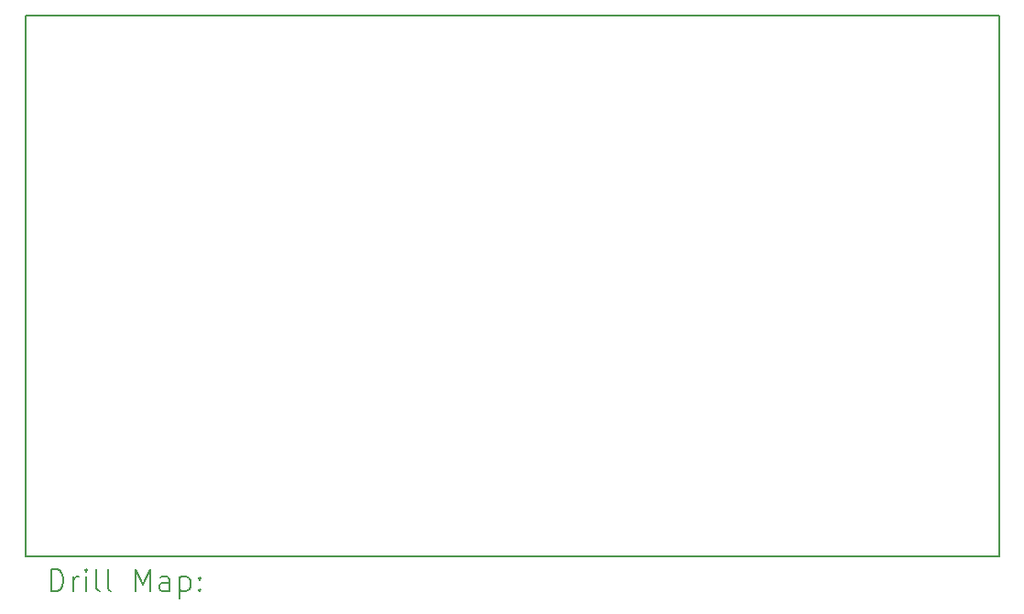
<source format=gbr>
%TF.GenerationSoftware,KiCad,Pcbnew,7.0.1-0*%
%TF.CreationDate,2023-12-28T14:24:33+01:00*%
%TF.ProjectId,parallel_trail,70617261-6c6c-4656-9c5f-747261696c2e,rev?*%
%TF.SameCoordinates,Original*%
%TF.FileFunction,Drillmap*%
%TF.FilePolarity,Positive*%
%FSLAX45Y45*%
G04 Gerber Fmt 4.5, Leading zero omitted, Abs format (unit mm)*
G04 Created by KiCad (PCBNEW 7.0.1-0) date 2023-12-28 14:24:33*
%MOMM*%
%LPD*%
G01*
G04 APERTURE LIST*
%ADD10C,0.200000*%
G04 APERTURE END LIST*
D10*
X4665200Y-8233400D02*
X13665200Y-8233400D01*
X13665200Y-13233400D01*
X4665200Y-13233400D01*
X4665200Y-8233400D01*
X4902819Y-13555924D02*
X4902819Y-13355924D01*
X4902819Y-13355924D02*
X4950438Y-13355924D01*
X4950438Y-13355924D02*
X4979010Y-13365448D01*
X4979010Y-13365448D02*
X4998057Y-13384495D01*
X4998057Y-13384495D02*
X5007581Y-13403543D01*
X5007581Y-13403543D02*
X5017105Y-13441638D01*
X5017105Y-13441638D02*
X5017105Y-13470209D01*
X5017105Y-13470209D02*
X5007581Y-13508305D01*
X5007581Y-13508305D02*
X4998057Y-13527352D01*
X4998057Y-13527352D02*
X4979010Y-13546400D01*
X4979010Y-13546400D02*
X4950438Y-13555924D01*
X4950438Y-13555924D02*
X4902819Y-13555924D01*
X5102819Y-13555924D02*
X5102819Y-13422590D01*
X5102819Y-13460686D02*
X5112343Y-13441638D01*
X5112343Y-13441638D02*
X5121867Y-13432114D01*
X5121867Y-13432114D02*
X5140914Y-13422590D01*
X5140914Y-13422590D02*
X5159962Y-13422590D01*
X5226629Y-13555924D02*
X5226629Y-13422590D01*
X5226629Y-13355924D02*
X5217105Y-13365448D01*
X5217105Y-13365448D02*
X5226629Y-13374971D01*
X5226629Y-13374971D02*
X5236152Y-13365448D01*
X5236152Y-13365448D02*
X5226629Y-13355924D01*
X5226629Y-13355924D02*
X5226629Y-13374971D01*
X5350438Y-13555924D02*
X5331390Y-13546400D01*
X5331390Y-13546400D02*
X5321867Y-13527352D01*
X5321867Y-13527352D02*
X5321867Y-13355924D01*
X5455200Y-13555924D02*
X5436152Y-13546400D01*
X5436152Y-13546400D02*
X5426629Y-13527352D01*
X5426629Y-13527352D02*
X5426629Y-13355924D01*
X5683771Y-13555924D02*
X5683771Y-13355924D01*
X5683771Y-13355924D02*
X5750438Y-13498781D01*
X5750438Y-13498781D02*
X5817105Y-13355924D01*
X5817105Y-13355924D02*
X5817105Y-13555924D01*
X5998057Y-13555924D02*
X5998057Y-13451162D01*
X5998057Y-13451162D02*
X5988533Y-13432114D01*
X5988533Y-13432114D02*
X5969486Y-13422590D01*
X5969486Y-13422590D02*
X5931390Y-13422590D01*
X5931390Y-13422590D02*
X5912343Y-13432114D01*
X5998057Y-13546400D02*
X5979009Y-13555924D01*
X5979009Y-13555924D02*
X5931390Y-13555924D01*
X5931390Y-13555924D02*
X5912343Y-13546400D01*
X5912343Y-13546400D02*
X5902819Y-13527352D01*
X5902819Y-13527352D02*
X5902819Y-13508305D01*
X5902819Y-13508305D02*
X5912343Y-13489257D01*
X5912343Y-13489257D02*
X5931390Y-13479733D01*
X5931390Y-13479733D02*
X5979009Y-13479733D01*
X5979009Y-13479733D02*
X5998057Y-13470209D01*
X6093295Y-13422590D02*
X6093295Y-13622590D01*
X6093295Y-13432114D02*
X6112343Y-13422590D01*
X6112343Y-13422590D02*
X6150438Y-13422590D01*
X6150438Y-13422590D02*
X6169486Y-13432114D01*
X6169486Y-13432114D02*
X6179009Y-13441638D01*
X6179009Y-13441638D02*
X6188533Y-13460686D01*
X6188533Y-13460686D02*
X6188533Y-13517828D01*
X6188533Y-13517828D02*
X6179009Y-13536876D01*
X6179009Y-13536876D02*
X6169486Y-13546400D01*
X6169486Y-13546400D02*
X6150438Y-13555924D01*
X6150438Y-13555924D02*
X6112343Y-13555924D01*
X6112343Y-13555924D02*
X6093295Y-13546400D01*
X6274248Y-13536876D02*
X6283771Y-13546400D01*
X6283771Y-13546400D02*
X6274248Y-13555924D01*
X6274248Y-13555924D02*
X6264724Y-13546400D01*
X6264724Y-13546400D02*
X6274248Y-13536876D01*
X6274248Y-13536876D02*
X6274248Y-13555924D01*
X6274248Y-13432114D02*
X6283771Y-13441638D01*
X6283771Y-13441638D02*
X6274248Y-13451162D01*
X6274248Y-13451162D02*
X6264724Y-13441638D01*
X6264724Y-13441638D02*
X6274248Y-13432114D01*
X6274248Y-13432114D02*
X6274248Y-13451162D01*
M02*

</source>
